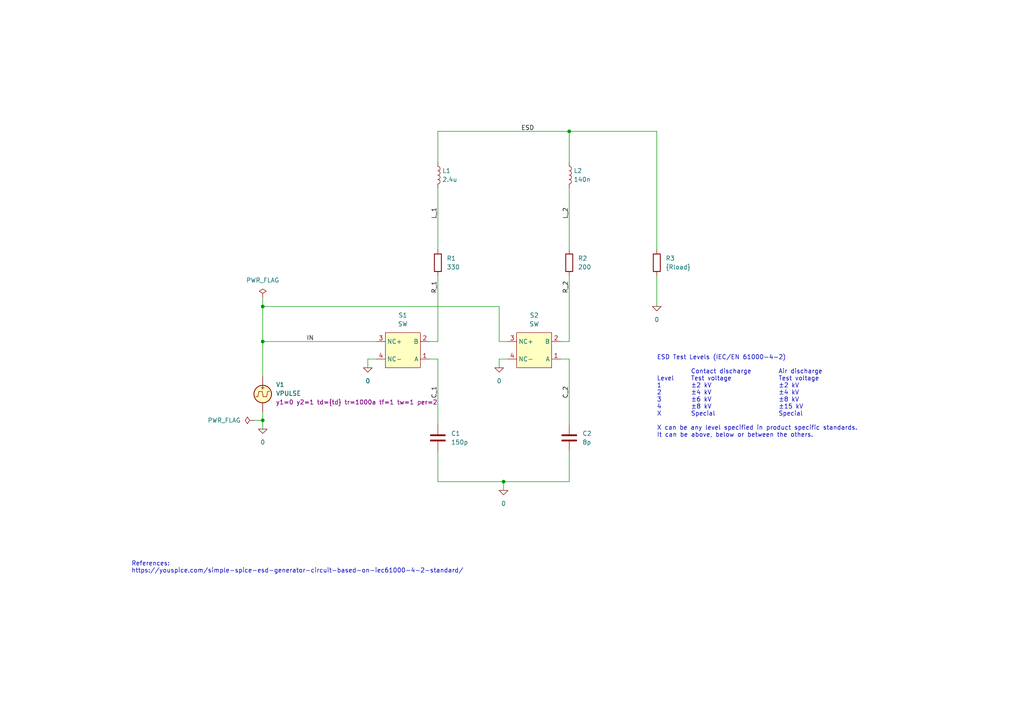
<source format=kicad_sch>
(kicad_sch
	(version 20231120)
	(generator "eeschema")
	(generator_version "8.0")
	(uuid "9e10207f-1cfc-48bc-84e3-70eb2cfbb4c0")
	(paper "A4")
	(title_block
		(title "IEC 61000-4-2 ESD generator.")
		(date "2024-09-25")
		(rev "2")
		(company "astroelectronic@")
		(comment 1 "-")
		(comment 2 "-")
		(comment 3 "-")
		(comment 4 "AE01061042")
	)
	(lib_symbols
		(symbol "ESD_KICAD:0"
			(power)
			(pin_names
				(offset 0)
			)
			(exclude_from_sim no)
			(in_bom yes)
			(on_board yes)
			(property "Reference" "#GND"
				(at 0 -2.54 0)
				(effects
					(font
						(size 1.27 1.27)
					)
					(hide yes)
				)
			)
			(property "Value" "0"
				(at 0 -1.778 0)
				(effects
					(font
						(size 1.27 1.27)
					)
				)
			)
			(property "Footprint" ""
				(at 0 0 0)
				(effects
					(font
						(size 1.27 1.27)
					)
					(hide yes)
				)
			)
			(property "Datasheet" "~"
				(at 0 0 0)
				(effects
					(font
						(size 1.27 1.27)
					)
					(hide yes)
				)
			)
			(property "Description" "0V reference potential for simulation"
				(at 0 0 0)
				(effects
					(font
						(size 1.27 1.27)
					)
					(hide yes)
				)
			)
			(property "ki_keywords" "simulation"
				(at 0 0 0)
				(effects
					(font
						(size 1.27 1.27)
					)
					(hide yes)
				)
			)
			(symbol "0_0_1"
				(polyline
					(pts
						(xy -1.27 0) (xy 0 -1.27) (xy 1.27 0) (xy -1.27 0)
					)
					(stroke
						(width 0)
						(type default)
					)
					(fill
						(type none)
					)
				)
			)
			(symbol "0_1_1"
				(pin power_in line
					(at 0 0 0)
					(length 0) hide
					(name "0"
						(effects
							(font
								(size 1.016 1.016)
							)
						)
					)
					(number "1"
						(effects
							(font
								(size 1.016 1.016)
							)
						)
					)
				)
			)
		)
		(symbol "ESD_KICAD:C"
			(pin_numbers hide)
			(pin_names
				(offset 0.254)
			)
			(exclude_from_sim no)
			(in_bom yes)
			(on_board yes)
			(property "Reference" "C"
				(at 0.635 2.54 0)
				(effects
					(font
						(size 1.27 1.27)
					)
					(justify left)
				)
			)
			(property "Value" "C"
				(at 0.635 -2.54 0)
				(effects
					(font
						(size 1.27 1.27)
					)
					(justify left)
				)
			)
			(property "Footprint" ""
				(at 0.9652 -3.81 0)
				(effects
					(font
						(size 1.27 1.27)
					)
					(hide yes)
				)
			)
			(property "Datasheet" "~"
				(at 0 0 0)
				(effects
					(font
						(size 1.27 1.27)
					)
					(hide yes)
				)
			)
			(property "Description" "Unpolarized capacitor"
				(at 0 0 0)
				(effects
					(font
						(size 1.27 1.27)
					)
					(hide yes)
				)
			)
			(property "ki_keywords" "cap capacitor"
				(at 0 0 0)
				(effects
					(font
						(size 1.27 1.27)
					)
					(hide yes)
				)
			)
			(property "ki_fp_filters" "C_*"
				(at 0 0 0)
				(effects
					(font
						(size 1.27 1.27)
					)
					(hide yes)
				)
			)
			(symbol "C_0_1"
				(polyline
					(pts
						(xy -2.032 -0.762) (xy 2.032 -0.762)
					)
					(stroke
						(width 0.508)
						(type default)
					)
					(fill
						(type none)
					)
				)
				(polyline
					(pts
						(xy -2.032 0.762) (xy 2.032 0.762)
					)
					(stroke
						(width 0.508)
						(type default)
					)
					(fill
						(type none)
					)
				)
			)
			(symbol "C_1_1"
				(pin passive line
					(at 0 3.81 270)
					(length 2.794)
					(name "~"
						(effects
							(font
								(size 1.27 1.27)
							)
						)
					)
					(number "1"
						(effects
							(font
								(size 1.27 1.27)
							)
						)
					)
				)
				(pin passive line
					(at 0 -3.81 90)
					(length 2.794)
					(name "~"
						(effects
							(font
								(size 1.27 1.27)
							)
						)
					)
					(number "2"
						(effects
							(font
								(size 1.27 1.27)
							)
						)
					)
				)
			)
		)
		(symbol "ESD_KICAD:L"
			(pin_numbers hide)
			(pin_names
				(offset 1.016) hide)
			(exclude_from_sim no)
			(in_bom yes)
			(on_board yes)
			(property "Reference" "L"
				(at -1.27 0 90)
				(effects
					(font
						(size 1.27 1.27)
					)
				)
			)
			(property "Value" "L"
				(at 1.905 0 90)
				(effects
					(font
						(size 1.27 1.27)
					)
				)
			)
			(property "Footprint" ""
				(at 0 0 0)
				(effects
					(font
						(size 1.27 1.27)
					)
					(hide yes)
				)
			)
			(property "Datasheet" "~"
				(at 0 0 0)
				(effects
					(font
						(size 1.27 1.27)
					)
					(hide yes)
				)
			)
			(property "Description" "Inductor"
				(at 0 0 0)
				(effects
					(font
						(size 1.27 1.27)
					)
					(hide yes)
				)
			)
			(property "ki_keywords" "inductor choke coil reactor magnetic"
				(at 0 0 0)
				(effects
					(font
						(size 1.27 1.27)
					)
					(hide yes)
				)
			)
			(property "ki_fp_filters" "Choke_* *Coil* Inductor_* L_*"
				(at 0 0 0)
				(effects
					(font
						(size 1.27 1.27)
					)
					(hide yes)
				)
			)
			(symbol "L_0_1"
				(arc
					(start 0 -2.54)
					(mid 0.6323 -1.905)
					(end 0 -1.27)
					(stroke
						(width 0)
						(type default)
					)
					(fill
						(type none)
					)
				)
				(arc
					(start 0 -1.27)
					(mid 0.6323 -0.635)
					(end 0 0)
					(stroke
						(width 0)
						(type default)
					)
					(fill
						(type none)
					)
				)
				(arc
					(start 0 0)
					(mid 0.6323 0.635)
					(end 0 1.27)
					(stroke
						(width 0)
						(type default)
					)
					(fill
						(type none)
					)
				)
				(arc
					(start 0 1.27)
					(mid 0.6323 1.905)
					(end 0 2.54)
					(stroke
						(width 0)
						(type default)
					)
					(fill
						(type none)
					)
				)
			)
			(symbol "L_1_1"
				(pin passive line
					(at 0 3.81 270)
					(length 1.27)
					(name "1"
						(effects
							(font
								(size 1.27 1.27)
							)
						)
					)
					(number "1"
						(effects
							(font
								(size 1.27 1.27)
							)
						)
					)
				)
				(pin passive line
					(at 0 -3.81 90)
					(length 1.27)
					(name "2"
						(effects
							(font
								(size 1.27 1.27)
							)
						)
					)
					(number "2"
						(effects
							(font
								(size 1.27 1.27)
							)
						)
					)
				)
			)
		)
		(symbol "ESD_KICAD:PWR_FLAG"
			(power)
			(pin_numbers hide)
			(pin_names
				(offset 0) hide)
			(exclude_from_sim no)
			(in_bom yes)
			(on_board yes)
			(property "Reference" "#FLG"
				(at 0 1.905 0)
				(effects
					(font
						(size 1.27 1.27)
					)
					(hide yes)
				)
			)
			(property "Value" "PWR_FLAG"
				(at 0 3.81 0)
				(effects
					(font
						(size 1.27 1.27)
					)
				)
			)
			(property "Footprint" ""
				(at 0 0 0)
				(effects
					(font
						(size 1.27 1.27)
					)
					(hide yes)
				)
			)
			(property "Datasheet" "~"
				(at 0 0 0)
				(effects
					(font
						(size 1.27 1.27)
					)
					(hide yes)
				)
			)
			(property "Description" "Special symbol for telling ERC where power comes from"
				(at 0 0 0)
				(effects
					(font
						(size 1.27 1.27)
					)
					(hide yes)
				)
			)
			(property "ki_keywords" "flag power"
				(at 0 0 0)
				(effects
					(font
						(size 1.27 1.27)
					)
					(hide yes)
				)
			)
			(symbol "PWR_FLAG_0_0"
				(pin power_out line
					(at 0 0 90)
					(length 0)
					(name "pwr"
						(effects
							(font
								(size 1.27 1.27)
							)
						)
					)
					(number "1"
						(effects
							(font
								(size 1.27 1.27)
							)
						)
					)
				)
			)
			(symbol "PWR_FLAG_0_1"
				(polyline
					(pts
						(xy 0 0) (xy 0 1.27) (xy -1.016 1.905) (xy 0 2.54) (xy 1.016 1.905) (xy 0 1.27)
					)
					(stroke
						(width 0)
						(type default)
					)
					(fill
						(type none)
					)
				)
			)
		)
		(symbol "ESD_KICAD:R"
			(pin_numbers hide)
			(pin_names
				(offset 0)
			)
			(exclude_from_sim no)
			(in_bom yes)
			(on_board yes)
			(property "Reference" "R"
				(at 2.032 0 90)
				(effects
					(font
						(size 1.27 1.27)
					)
				)
			)
			(property "Value" "R"
				(at 0 0 90)
				(effects
					(font
						(size 1.27 1.27)
					)
				)
			)
			(property "Footprint" ""
				(at -1.778 0 90)
				(effects
					(font
						(size 1.27 1.27)
					)
					(hide yes)
				)
			)
			(property "Datasheet" "~"
				(at 0 0 0)
				(effects
					(font
						(size 1.27 1.27)
					)
					(hide yes)
				)
			)
			(property "Description" "Resistor"
				(at 0 0 0)
				(effects
					(font
						(size 1.27 1.27)
					)
					(hide yes)
				)
			)
			(property "ki_keywords" "R res resistor"
				(at 0 0 0)
				(effects
					(font
						(size 1.27 1.27)
					)
					(hide yes)
				)
			)
			(property "ki_fp_filters" "R_*"
				(at 0 0 0)
				(effects
					(font
						(size 1.27 1.27)
					)
					(hide yes)
				)
			)
			(symbol "R_0_1"
				(rectangle
					(start -1.016 -2.54)
					(end 1.016 2.54)
					(stroke
						(width 0.254)
						(type default)
					)
					(fill
						(type none)
					)
				)
			)
			(symbol "R_1_1"
				(pin passive line
					(at 0 3.81 270)
					(length 1.27)
					(name "~"
						(effects
							(font
								(size 1.27 1.27)
							)
						)
					)
					(number "1"
						(effects
							(font
								(size 1.27 1.27)
							)
						)
					)
				)
				(pin passive line
					(at 0 -3.81 90)
					(length 1.27)
					(name "~"
						(effects
							(font
								(size 1.27 1.27)
							)
						)
					)
					(number "2"
						(effects
							(font
								(size 1.27 1.27)
							)
						)
					)
				)
			)
		)
		(symbol "ESD_KICAD:SW"
			(exclude_from_sim no)
			(in_bom yes)
			(on_board yes)
			(property "Reference" "S"
				(at 0 6.35 0)
				(effects
					(font
						(size 1.27 1.27)
					)
				)
			)
			(property "Value" "SW"
				(at 0 -6.35 0)
				(effects
					(font
						(size 1.27 1.27)
					)
				)
			)
			(property "Footprint" ""
				(at 0 0 0)
				(effects
					(font
						(size 1.27 1.27)
					)
					(hide yes)
				)
			)
			(property "Datasheet" ""
				(at 0 0 0)
				(effects
					(font
						(size 1.27 1.27)
					)
					(hide yes)
				)
			)
			(property "Description" ""
				(at 0 0 0)
				(effects
					(font
						(size 1.27 1.27)
					)
					(hide yes)
				)
			)
			(symbol "SW_0_1"
				(rectangle
					(start -5.08 5.08)
					(end 5.08 -5.08)
					(stroke
						(width 0)
						(type default)
					)
					(fill
						(type background)
					)
				)
			)
			(symbol "SW_1_1"
				(pin passive line
					(at 7.62 2.54 180)
					(length 2.54)
					(name "A"
						(effects
							(font
								(size 1.27 1.27)
							)
						)
					)
					(number "1"
						(effects
							(font
								(size 1.27 1.27)
							)
						)
					)
				)
				(pin passive line
					(at 7.62 -2.54 180)
					(length 2.54)
					(name "B"
						(effects
							(font
								(size 1.27 1.27)
							)
						)
					)
					(number "2"
						(effects
							(font
								(size 1.27 1.27)
							)
						)
					)
				)
				(pin passive line
					(at -7.62 -2.54 0)
					(length 2.54)
					(name "NC+"
						(effects
							(font
								(size 1.27 1.27)
							)
						)
					)
					(number "3"
						(effects
							(font
								(size 1.27 1.27)
							)
						)
					)
				)
				(pin passive line
					(at -7.62 2.54 0)
					(length 2.54)
					(name "NC-"
						(effects
							(font
								(size 1.27 1.27)
							)
						)
					)
					(number "4"
						(effects
							(font
								(size 1.27 1.27)
							)
						)
					)
				)
			)
		)
		(symbol "ESD_KICAD:VPULSE"
			(pin_numbers hide)
			(pin_names
				(offset 0.0254)
			)
			(exclude_from_sim no)
			(in_bom yes)
			(on_board yes)
			(property "Reference" "V"
				(at 2.54 2.54 0)
				(effects
					(font
						(size 1.27 1.27)
					)
					(justify left)
				)
			)
			(property "Value" "VPULSE"
				(at 2.54 0 0)
				(effects
					(font
						(size 1.27 1.27)
					)
					(justify left)
				)
			)
			(property "Footprint" ""
				(at 0 0 0)
				(effects
					(font
						(size 1.27 1.27)
					)
					(hide yes)
				)
			)
			(property "Datasheet" "~"
				(at 0 0 0)
				(effects
					(font
						(size 1.27 1.27)
					)
					(hide yes)
				)
			)
			(property "Description" "Voltage source, pulse"
				(at 0 0 0)
				(effects
					(font
						(size 1.27 1.27)
					)
					(hide yes)
				)
			)
			(property "Sim.Pins" "1=+ 2=-"
				(at 0 0 0)
				(effects
					(font
						(size 1.27 1.27)
					)
					(hide yes)
				)
			)
			(property "Sim.Type" "PULSE"
				(at 0 0 0)
				(effects
					(font
						(size 1.27 1.27)
					)
					(hide yes)
				)
			)
			(property "Sim.Device" "V"
				(at 0 0 0)
				(effects
					(font
						(size 1.27 1.27)
					)
					(justify left)
					(hide yes)
				)
			)
			(property "Sim.Params" "y1=0 y2=1 td=2n tr=2n tf=2n tw=50n per=100n"
				(at 2.54 -2.54 0)
				(effects
					(font
						(size 1.27 1.27)
					)
					(justify left)
				)
			)
			(property "Spice_Netlist_Enabled" "Y"
				(at 0 0 0)
				(effects
					(font
						(size 1.27 1.27)
					)
					(justify left)
					(hide yes)
				)
			)
			(property "ki_keywords" "simulation"
				(at 0 0 0)
				(effects
					(font
						(size 1.27 1.27)
					)
					(hide yes)
				)
			)
			(symbol "VPULSE_0_0"
				(polyline
					(pts
						(xy -2.032 -0.762) (xy -1.397 -0.762) (xy -1.143 0.762) (xy -0.127 0.762) (xy 0.127 -0.762) (xy 1.143 -0.762)
						(xy 1.397 0.762) (xy 2.032 0.762)
					)
					(stroke
						(width 0)
						(type default)
					)
					(fill
						(type none)
					)
				)
				(text "+"
					(at 0 1.905 0)
					(effects
						(font
							(size 1.27 1.27)
						)
					)
				)
			)
			(symbol "VPULSE_0_1"
				(circle
					(center 0 0)
					(radius 2.54)
					(stroke
						(width 0.254)
						(type default)
					)
					(fill
						(type background)
					)
				)
			)
			(symbol "VPULSE_1_1"
				(pin passive line
					(at 0 5.08 270)
					(length 2.54)
					(name "~"
						(effects
							(font
								(size 1.27 1.27)
							)
						)
					)
					(number "1"
						(effects
							(font
								(size 1.27 1.27)
							)
						)
					)
				)
				(pin passive line
					(at 0 -5.08 90)
					(length 2.54)
					(name "~"
						(effects
							(font
								(size 1.27 1.27)
							)
						)
					)
					(number "2"
						(effects
							(font
								(size 1.27 1.27)
							)
						)
					)
				)
			)
		)
	)
	(junction
		(at 76.2 121.92)
		(diameter 0)
		(color 0 0 0 0)
		(uuid "3d34c378-23bc-4045-b9df-a0b8d41c2435")
	)
	(junction
		(at 165.1 38.1)
		(diameter 0)
		(color 0 0 0 0)
		(uuid "87d50b20-b6e4-40f6-9b82-5aee506924b9")
	)
	(junction
		(at 76.2 88.9)
		(diameter 0)
		(color 0 0 0 0)
		(uuid "acd2e65f-0f6a-49a9-98f4-84a0f70d62da")
	)
	(junction
		(at 146.05 139.7)
		(diameter 0)
		(color 0 0 0 0)
		(uuid "bff956d1-ee58-4d81-8cc6-251ad34ab4ff")
	)
	(junction
		(at 76.2 99.06)
		(diameter 0)
		(color 0 0 0 0)
		(uuid "dc0fa606-b6ee-49f1-81c9-d018ebc4a144")
	)
	(wire
		(pts
			(xy 127 139.7) (xy 127 130.81)
		)
		(stroke
			(width 0)
			(type default)
		)
		(uuid "043722a4-4cb1-4610-94af-fea541d4f9d5")
	)
	(wire
		(pts
			(xy 146.05 139.7) (xy 127 139.7)
		)
		(stroke
			(width 0)
			(type default)
		)
		(uuid "068474b1-f686-413c-b3bc-6060c7a4bc6a")
	)
	(wire
		(pts
			(xy 109.22 104.14) (xy 106.68 104.14)
		)
		(stroke
			(width 0)
			(type default)
		)
		(uuid "15788670-08da-47bd-9807-b35bfdc74f71")
	)
	(wire
		(pts
			(xy 165.1 139.7) (xy 146.05 139.7)
		)
		(stroke
			(width 0)
			(type default)
		)
		(uuid "165f9848-420b-48aa-a7dc-911f716b52c5")
	)
	(wire
		(pts
			(xy 190.5 38.1) (xy 190.5 72.39)
		)
		(stroke
			(width 0)
			(type default)
		)
		(uuid "18ea7136-93ff-4d54-b703-6491e3e2d9d3")
	)
	(wire
		(pts
			(xy 76.2 99.06) (xy 109.22 99.06)
		)
		(stroke
			(width 0)
			(type default)
		)
		(uuid "27f51720-f59b-4ce9-857f-1ccef7712b1f")
	)
	(wire
		(pts
			(xy 127 38.1) (xy 127 46.99)
		)
		(stroke
			(width 0)
			(type default)
		)
		(uuid "289573b8-c76c-4859-ac21-d70c9b7d07c3")
	)
	(wire
		(pts
			(xy 76.2 86.36) (xy 76.2 88.9)
		)
		(stroke
			(width 0)
			(type default)
		)
		(uuid "2936cba3-87fb-457c-bbf2-9e696146168c")
	)
	(wire
		(pts
			(xy 165.1 38.1) (xy 165.1 46.99)
		)
		(stroke
			(width 0)
			(type default)
		)
		(uuid "2c314a78-5a9e-448a-9bea-f6da3b868960")
	)
	(wire
		(pts
			(xy 165.1 99.06) (xy 165.1 80.01)
		)
		(stroke
			(width 0)
			(type default)
		)
		(uuid "30edab6c-d03b-4cef-9078-2c9f3cbd3244")
	)
	(wire
		(pts
			(xy 146.05 139.7) (xy 146.05 142.24)
		)
		(stroke
			(width 0)
			(type default)
		)
		(uuid "32c2f304-8ab1-4fe4-aed0-0005db941c9e")
	)
	(wire
		(pts
			(xy 76.2 121.92) (xy 76.2 124.46)
		)
		(stroke
			(width 0)
			(type default)
		)
		(uuid "443c7945-7e09-4afe-94c4-e2c6f25fef33")
	)
	(wire
		(pts
			(xy 127 38.1) (xy 165.1 38.1)
		)
		(stroke
			(width 0)
			(type default)
		)
		(uuid "47c02c56-970e-4693-abbb-063f6bd0176a")
	)
	(wire
		(pts
			(xy 127 123.19) (xy 127 104.14)
		)
		(stroke
			(width 0)
			(type default)
		)
		(uuid "4ce99996-689a-46a9-adf2-7e95485955f6")
	)
	(wire
		(pts
			(xy 165.1 54.61) (xy 165.1 72.39)
		)
		(stroke
			(width 0)
			(type default)
		)
		(uuid "570df57e-1f40-4128-8500-9a147170413c")
	)
	(wire
		(pts
			(xy 162.56 104.14) (xy 165.1 104.14)
		)
		(stroke
			(width 0)
			(type default)
		)
		(uuid "5b7c0055-276d-4cf2-853a-4142cfd55418")
	)
	(wire
		(pts
			(xy 165.1 130.81) (xy 165.1 139.7)
		)
		(stroke
			(width 0)
			(type default)
		)
		(uuid "7bfe8b6d-3f98-449a-a044-939c6c48c1b6")
	)
	(wire
		(pts
			(xy 127 104.14) (xy 124.46 104.14)
		)
		(stroke
			(width 0)
			(type default)
		)
		(uuid "7d181ab9-e4ab-4d71-afcd-1bd9e8df6ed6")
	)
	(wire
		(pts
			(xy 76.2 99.06) (xy 76.2 88.9)
		)
		(stroke
			(width 0)
			(type default)
		)
		(uuid "800d711b-5f18-42d2-90f0-d24d5eccd102")
	)
	(wire
		(pts
			(xy 144.78 104.14) (xy 144.78 106.68)
		)
		(stroke
			(width 0)
			(type default)
		)
		(uuid "8110e5f4-ca35-4b87-a120-695634a19a44")
	)
	(wire
		(pts
			(xy 76.2 119.38) (xy 76.2 121.92)
		)
		(stroke
			(width 0)
			(type default)
		)
		(uuid "8abcecd1-2b78-4abd-b2b2-55cb2d40abea")
	)
	(wire
		(pts
			(xy 106.68 104.14) (xy 106.68 106.68)
		)
		(stroke
			(width 0)
			(type default)
		)
		(uuid "9340ea87-a372-4601-a8af-a69fe53e970b")
	)
	(wire
		(pts
			(xy 127 99.06) (xy 127 80.01)
		)
		(stroke
			(width 0)
			(type default)
		)
		(uuid "992d1c1a-7364-4390-9b02-18fbe74c4122")
	)
	(wire
		(pts
			(xy 162.56 99.06) (xy 165.1 99.06)
		)
		(stroke
			(width 0)
			(type default)
		)
		(uuid "a1283128-5f3d-40ea-b373-c9800ffd01cf")
	)
	(wire
		(pts
			(xy 144.78 99.06) (xy 147.32 99.06)
		)
		(stroke
			(width 0)
			(type default)
		)
		(uuid "a3590d9a-abb0-4700-9ea9-88dff799128a")
	)
	(wire
		(pts
			(xy 147.32 104.14) (xy 144.78 104.14)
		)
		(stroke
			(width 0)
			(type default)
		)
		(uuid "a4cfc6b5-7f0d-46db-8591-e62458be5f8c")
	)
	(wire
		(pts
			(xy 165.1 104.14) (xy 165.1 123.19)
		)
		(stroke
			(width 0)
			(type default)
		)
		(uuid "aaca5cf1-a55e-41e3-b0a9-d50a24825b0d")
	)
	(wire
		(pts
			(xy 76.2 88.9) (xy 144.78 88.9)
		)
		(stroke
			(width 0)
			(type default)
		)
		(uuid "ac6cacba-5835-4f67-a761-495dbc31d2dc")
	)
	(wire
		(pts
			(xy 165.1 38.1) (xy 190.5 38.1)
		)
		(stroke
			(width 0)
			(type default)
		)
		(uuid "cfc337fa-2499-4c1c-b5c2-e17f600b8e95")
	)
	(wire
		(pts
			(xy 73.66 121.92) (xy 76.2 121.92)
		)
		(stroke
			(width 0)
			(type default)
		)
		(uuid "d3002da1-508a-44db-a201-29066f4d8a17")
	)
	(wire
		(pts
			(xy 124.46 99.06) (xy 127 99.06)
		)
		(stroke
			(width 0)
			(type default)
		)
		(uuid "ddaae06d-3c17-49d2-a832-07ae9a818541")
	)
	(wire
		(pts
			(xy 76.2 109.22) (xy 76.2 99.06)
		)
		(stroke
			(width 0)
			(type default)
		)
		(uuid "e5abe039-afe6-44fe-8541-ffecfd14e7a5")
	)
	(wire
		(pts
			(xy 127 54.61) (xy 127 72.39)
		)
		(stroke
			(width 0)
			(type default)
		)
		(uuid "f231fbf3-e1d7-4674-aeb6-f3a98ae5d793")
	)
	(wire
		(pts
			(xy 144.78 88.9) (xy 144.78 99.06)
		)
		(stroke
			(width 0)
			(type default)
		)
		(uuid "f2eabe45-530a-4c5d-80e4-ddb9790ffdb3")
	)
	(wire
		(pts
			(xy 190.5 80.01) (xy 190.5 88.9)
		)
		(stroke
			(width 0)
			(type default)
		)
		(uuid "f390f67a-688c-4ca1-b869-0b0dcda1916e")
	)
	(text "ESD Test Levels (IEC/EN 61000-4-2)\n\n		Contact discharge	Air discharge\nLevel 	Test voltage		Test voltage\n1		±2 kV				±2 kV\n2		±4 kV				±4 kV\n3		±6 kV				±8 kV\n4		±8 kV				±15 kV\nX		Special				Special\n\nX can be any level specified in product specific standards.\nIt can be above, below or between the others."
		(exclude_from_sim no)
		(at 190.5 127 0)
		(effects
			(font
				(size 1.27 1.27)
			)
			(justify left bottom)
		)
		(uuid "a695bada-b105-4011-bc7f-8d2d8fecc433")
	)
	(text "References:\nhttps://youspice.com/simple-spice-esd-generator-circuit-based-on-iec61000-4-2-standard/"
		(exclude_from_sim no)
		(at 38.1 166.37 0)
		(effects
			(font
				(size 1.27 1.27)
			)
			(justify left bottom)
		)
		(uuid "e147d39e-280f-4e2a-8762-64f50070cf65")
	)
	(label "ESD"
		(at 151.13 38.1 0)
		(fields_autoplaced yes)
		(effects
			(font
				(size 1.27 1.27)
			)
			(justify left bottom)
		)
		(uuid "0139c5f3-fb53-4515-b310-fab5b2053fa2")
	)
	(label "C_2"
		(at 165.1 115.57 90)
		(fields_autoplaced yes)
		(effects
			(font
				(size 1.27 1.27)
			)
			(justify left bottom)
		)
		(uuid "2085cab6-1caf-47d0-9023-9d2671c1f0ee")
	)
	(label "L_1"
		(at 127 63.5 90)
		(fields_autoplaced yes)
		(effects
			(font
				(size 1.27 1.27)
			)
			(justify left bottom)
		)
		(uuid "25333247-8023-403a-9bd1-df59550354c6")
	)
	(label "R_2"
		(at 165.1 85.09 90)
		(fields_autoplaced yes)
		(effects
			(font
				(size 1.27 1.27)
			)
			(justify left bottom)
		)
		(uuid "ce388ff8-a502-487d-a0d1-ed85062e5158")
	)
	(label "L_2"
		(at 165.1 63.5 90)
		(fields_autoplaced yes)
		(effects
			(font
				(size 1.27 1.27)
			)
			(justify left bottom)
		)
		(uuid "d977f671-9a8a-4144-86b2-2b034212bb98")
	)
	(label "IN"
		(at 88.9 99.06 0)
		(fields_autoplaced yes)
		(effects
			(font
				(size 1.27 1.27)
			)
			(justify left bottom)
		)
		(uuid "e1dd20b0-b506-41d7-ab58-07ac2bf04fa3")
	)
	(label "C_1"
		(at 127 115.57 90)
		(fields_autoplaced yes)
		(effects
			(font
				(size 1.27 1.27)
			)
			(justify left bottom)
		)
		(uuid "ea9ffd11-79ac-4e4a-bc0e-6adb3dc4f4d8")
	)
	(label "R_1"
		(at 127 85.09 90)
		(fields_autoplaced yes)
		(effects
			(font
				(size 1.27 1.27)
			)
			(justify left bottom)
		)
		(uuid "f7d981b1-a56d-48eb-9765-ba8335834e45")
	)
	(symbol
		(lib_id "ESD_KICAD:0")
		(at 190.5 88.9 0)
		(unit 1)
		(exclude_from_sim no)
		(in_bom yes)
		(on_board yes)
		(dnp no)
		(fields_autoplaced yes)
		(uuid "0ffa5d2a-3216-4171-b088-6dd8cbada9cf")
		(property "Reference" "#GND05"
			(at 190.5 91.44 0)
			(effects
				(font
					(size 1.27 1.27)
				)
				(hide yes)
			)
		)
		(property "Value" "0"
			(at 190.5 92.71 0)
			(effects
				(font
					(size 1.27 1.27)
				)
			)
		)
		(property "Footprint" ""
			(at 190.5 88.9 0)
			(effects
				(font
					(size 1.27 1.27)
				)
				(hide yes)
			)
		)
		(property "Datasheet" "~"
			(at 190.5 88.9 0)
			(effects
				(font
					(size 1.27 1.27)
				)
				(hide yes)
			)
		)
		(property "Description" ""
			(at 190.5 88.9 0)
			(effects
				(font
					(size 1.27 1.27)
				)
				(hide yes)
			)
		)
		(pin "1"
			(uuid "e44828d3-4709-417c-abe2-ae03866561ad")
		)
		(instances
			(project ""
				(path "/9e10207f-1cfc-48bc-84e3-70eb2cfbb4c0"
					(reference "#GND05")
					(unit 1)
				)
			)
		)
	)
	(symbol
		(lib_id "ESD_KICAD:0")
		(at 106.68 106.68 0)
		(unit 1)
		(exclude_from_sim no)
		(in_bom yes)
		(on_board yes)
		(dnp no)
		(fields_autoplaced yes)
		(uuid "14cec5c5-d2ea-4a9d-a674-c79887a54cdc")
		(property "Reference" "#GND02"
			(at 106.68 109.22 0)
			(effects
				(font
					(size 1.27 1.27)
				)
				(hide yes)
			)
		)
		(property "Value" "0"
			(at 106.68 110.49 0)
			(effects
				(font
					(size 1.27 1.27)
				)
			)
		)
		(property "Footprint" ""
			(at 106.68 106.68 0)
			(effects
				(font
					(size 1.27 1.27)
				)
				(hide yes)
			)
		)
		(property "Datasheet" "~"
			(at 106.68 106.68 0)
			(effects
				(font
					(size 1.27 1.27)
				)
				(hide yes)
			)
		)
		(property "Description" ""
			(at 106.68 106.68 0)
			(effects
				(font
					(size 1.27 1.27)
				)
				(hide yes)
			)
		)
		(pin "1"
			(uuid "4ec0199f-5c20-4dfa-94c0-b9dc784c0582")
		)
		(instances
			(project ""
				(path "/9e10207f-1cfc-48bc-84e3-70eb2cfbb4c0"
					(reference "#GND02")
					(unit 1)
				)
			)
		)
	)
	(symbol
		(lib_id "ESD_KICAD:0")
		(at 76.2 124.46 0)
		(unit 1)
		(exclude_from_sim no)
		(in_bom yes)
		(on_board yes)
		(dnp no)
		(fields_autoplaced yes)
		(uuid "24542ece-c0c2-4d5f-ada1-9976df87bfa1")
		(property "Reference" "#GND01"
			(at 76.2 127 0)
			(effects
				(font
					(size 1.27 1.27)
				)
				(hide yes)
			)
		)
		(property "Value" "0"
			(at 76.2 128.27 0)
			(effects
				(font
					(size 1.27 1.27)
				)
			)
		)
		(property "Footprint" ""
			(at 76.2 124.46 0)
			(effects
				(font
					(size 1.27 1.27)
				)
				(hide yes)
			)
		)
		(property "Datasheet" "~"
			(at 76.2 124.46 0)
			(effects
				(font
					(size 1.27 1.27)
				)
				(hide yes)
			)
		)
		(property "Description" ""
			(at 76.2 124.46 0)
			(effects
				(font
					(size 1.27 1.27)
				)
				(hide yes)
			)
		)
		(pin "1"
			(uuid "4cf27b73-c5fc-4f95-b6d4-6a083e4ffd62")
		)
		(instances
			(project ""
				(path "/9e10207f-1cfc-48bc-84e3-70eb2cfbb4c0"
					(reference "#GND01")
					(unit 1)
				)
			)
		)
	)
	(symbol
		(lib_id "ESD_KICAD:PWR_FLAG")
		(at 73.66 121.92 90)
		(unit 1)
		(exclude_from_sim no)
		(in_bom yes)
		(on_board yes)
		(dnp no)
		(fields_autoplaced yes)
		(uuid "5a5d1130-2292-4c1e-ba2e-c2f1584cdb4d")
		(property "Reference" "#FLG01"
			(at 71.755 121.92 0)
			(effects
				(font
					(size 1.27 1.27)
				)
				(hide yes)
			)
		)
		(property "Value" "PWR_FLAG"
			(at 69.85 121.9199 90)
			(effects
				(font
					(size 1.27 1.27)
				)
				(justify left)
			)
		)
		(property "Footprint" ""
			(at 73.66 121.92 0)
			(effects
				(font
					(size 1.27 1.27)
				)
				(hide yes)
			)
		)
		(property "Datasheet" "~"
			(at 73.66 121.92 0)
			(effects
				(font
					(size 1.27 1.27)
				)
				(hide yes)
			)
		)
		(property "Description" ""
			(at 73.66 121.92 0)
			(effects
				(font
					(size 1.27 1.27)
				)
				(hide yes)
			)
		)
		(pin "1"
			(uuid "92ca8fd0-ab06-45e4-b846-3d0c30b4493d")
		)
		(instances
			(project ""
				(path "/9e10207f-1cfc-48bc-84e3-70eb2cfbb4c0"
					(reference "#FLG01")
					(unit 1)
				)
			)
		)
	)
	(symbol
		(lib_id "ESD_KICAD:L")
		(at 165.1 50.8 0)
		(unit 1)
		(exclude_from_sim no)
		(in_bom yes)
		(on_board yes)
		(dnp no)
		(fields_autoplaced yes)
		(uuid "6a07e37f-9cb3-4ab4-97e3-0b19505475e2")
		(property "Reference" "L2"
			(at 166.37 49.5299 0)
			(effects
				(font
					(size 1.27 1.27)
				)
				(justify left)
			)
		)
		(property "Value" "140n"
			(at 166.37 52.0699 0)
			(effects
				(font
					(size 1.27 1.27)
				)
				(justify left)
			)
		)
		(property "Footprint" ""
			(at 165.1 50.8 0)
			(effects
				(font
					(size 1.27 1.27)
				)
				(hide yes)
			)
		)
		(property "Datasheet" "~"
			(at 165.1 50.8 0)
			(effects
				(font
					(size 1.27 1.27)
				)
				(hide yes)
			)
		)
		(property "Description" ""
			(at 165.1 50.8 0)
			(effects
				(font
					(size 1.27 1.27)
				)
				(hide yes)
			)
		)
		(property "Sim.Device" "SPICE"
			(at 165.1 50.8 0)
			(effects
				(font
					(size 1.27 1.27)
				)
				(hide yes)
			)
		)
		(property "Sim.Params" "type=\"L\" model=\"140n\" lib=\"\""
			(at 0 0 0)
			(effects
				(font
					(size 1.27 1.27)
				)
				(hide yes)
			)
		)
		(property "Sim.Pins" "1=1 2=2"
			(at 0 0 0)
			(effects
				(font
					(size 1.27 1.27)
				)
				(hide yes)
			)
		)
		(pin "1"
			(uuid "9507ef85-cf77-4e90-941c-e2753ea45275")
		)
		(pin "2"
			(uuid "bee99545-1b4f-47f1-bd31-589febfa550f")
		)
		(instances
			(project ""
				(path "/9e10207f-1cfc-48bc-84e3-70eb2cfbb4c0"
					(reference "L2")
					(unit 1)
				)
			)
		)
	)
	(symbol
		(lib_id "ESD_KICAD:0")
		(at 144.78 106.68 0)
		(unit 1)
		(exclude_from_sim no)
		(in_bom yes)
		(on_board yes)
		(dnp no)
		(fields_autoplaced yes)
		(uuid "72c5a205-de04-4007-9aad-5f4a21476de2")
		(property "Reference" "#GND03"
			(at 144.78 109.22 0)
			(effects
				(font
					(size 1.27 1.27)
				)
				(hide yes)
			)
		)
		(property "Value" "0"
			(at 144.78 110.49 0)
			(effects
				(font
					(size 1.27 1.27)
				)
			)
		)
		(property "Footprint" ""
			(at 144.78 106.68 0)
			(effects
				(font
					(size 1.27 1.27)
				)
				(hide yes)
			)
		)
		(property "Datasheet" "~"
			(at 144.78 106.68 0)
			(effects
				(font
					(size 1.27 1.27)
				)
				(hide yes)
			)
		)
		(property "Description" ""
			(at 144.78 106.68 0)
			(effects
				(font
					(size 1.27 1.27)
				)
				(hide yes)
			)
		)
		(pin "1"
			(uuid "12e8e414-a5af-4e5a-91f5-d1c713f36daf")
		)
		(instances
			(project ""
				(path "/9e10207f-1cfc-48bc-84e3-70eb2cfbb4c0"
					(reference "#GND03")
					(unit 1)
				)
			)
		)
	)
	(symbol
		(lib_id "ESD_KICAD:0")
		(at 146.05 142.24 0)
		(unit 1)
		(exclude_from_sim no)
		(in_bom yes)
		(on_board yes)
		(dnp no)
		(fields_autoplaced yes)
		(uuid "8e3994f2-206a-47fc-b9db-227cb4b0f305")
		(property "Reference" "#GND04"
			(at 146.05 144.78 0)
			(effects
				(font
					(size 1.27 1.27)
				)
				(hide yes)
			)
		)
		(property "Value" "0"
			(at 146.05 146.05 0)
			(effects
				(font
					(size 1.27 1.27)
				)
			)
		)
		(property "Footprint" ""
			(at 146.05 142.24 0)
			(effects
				(font
					(size 1.27 1.27)
				)
				(hide yes)
			)
		)
		(property "Datasheet" "~"
			(at 146.05 142.24 0)
			(effects
				(font
					(size 1.27 1.27)
				)
				(hide yes)
			)
		)
		(property "Description" ""
			(at 146.05 142.24 0)
			(effects
				(font
					(size 1.27 1.27)
				)
				(hide yes)
			)
		)
		(pin "1"
			(uuid "03b2261c-ec1e-45b8-a20c-e5055db4ba1e")
		)
		(instances
			(project ""
				(path "/9e10207f-1cfc-48bc-84e3-70eb2cfbb4c0"
					(reference "#GND04")
					(unit 1)
				)
			)
		)
	)
	(symbol
		(lib_id "ESD_KICAD:C")
		(at 165.1 127 0)
		(unit 1)
		(exclude_from_sim no)
		(in_bom yes)
		(on_board yes)
		(dnp no)
		(fields_autoplaced yes)
		(uuid "8e624ada-3813-4eb9-bfc7-aff6216c9a02")
		(property "Reference" "C2"
			(at 168.91 125.7299 0)
			(effects
				(font
					(size 1.27 1.27)
				)
				(justify left)
			)
		)
		(property "Value" "8p"
			(at 168.91 128.2699 0)
			(effects
				(font
					(size 1.27 1.27)
				)
				(justify left)
			)
		)
		(property "Footprint" ""
			(at 166.0652 130.81 0)
			(effects
				(font
					(size 1.27 1.27)
				)
				(hide yes)
			)
		)
		(property "Datasheet" "~"
			(at 165.1 127 0)
			(effects
				(font
					(size 1.27 1.27)
				)
				(hide yes)
			)
		)
		(property "Description" ""
			(at 165.1 127 0)
			(effects
				(font
					(size 1.27 1.27)
				)
				(hide yes)
			)
		)
		(property "Sim.Device" "SPICE"
			(at 165.1 127 0)
			(effects
				(font
					(size 1.27 1.27)
				)
				(hide yes)
			)
		)
		(property "Sim.Params" "type=\"C\" model=\"8p\" lib=\"\""
			(at 0 0 0)
			(effects
				(font
					(size 1.27 1.27)
				)
				(hide yes)
			)
		)
		(property "Sim.Pins" "1=1 2=2"
			(at 0 0 0)
			(effects
				(font
					(size 1.27 1.27)
				)
				(hide yes)
			)
		)
		(pin "1"
			(uuid "4d7b47ac-679a-4519-9bb4-0b71e675f36d")
		)
		(pin "2"
			(uuid "09c56f28-50ad-4de4-a5b5-025c5bff4b72")
		)
		(instances
			(project ""
				(path "/9e10207f-1cfc-48bc-84e3-70eb2cfbb4c0"
					(reference "C2")
					(unit 1)
				)
			)
		)
	)
	(symbol
		(lib_id "ESD_KICAD:L")
		(at 127 50.8 0)
		(unit 1)
		(exclude_from_sim no)
		(in_bom yes)
		(on_board yes)
		(dnp no)
		(fields_autoplaced yes)
		(uuid "8f265fd4-a14d-4f26-bb0d-bcc8874bfd68")
		(property "Reference" "L1"
			(at 128.27 49.5299 0)
			(effects
				(font
					(size 1.27 1.27)
				)
				(justify left)
			)
		)
		(property "Value" "2.4u"
			(at 128.27 52.0699 0)
			(effects
				(font
					(size 1.27 1.27)
				)
				(justify left)
			)
		)
		(property "Footprint" ""
			(at 127 50.8 0)
			(effects
				(font
					(size 1.27 1.27)
				)
				(hide yes)
			)
		)
		(property "Datasheet" "~"
			(at 127 50.8 0)
			(effects
				(font
					(size 1.27 1.27)
				)
				(hide yes)
			)
		)
		(property "Description" ""
			(at 127 50.8 0)
			(effects
				(font
					(size 1.27 1.27)
				)
				(hide yes)
			)
		)
		(property "Sim.Device" "SPICE"
			(at 127 50.8 0)
			(effects
				(font
					(size 1.27 1.27)
				)
				(hide yes)
			)
		)
		(property "Sim.Params" "type=\"L\" model=\"2.4u\" lib=\"\""
			(at 0 0 0)
			(effects
				(font
					(size 1.27 1.27)
				)
				(hide yes)
			)
		)
		(property "Sim.Pins" "1=1 2=2"
			(at 0 0 0)
			(effects
				(font
					(size 1.27 1.27)
				)
				(hide yes)
			)
		)
		(pin "1"
			(uuid "8120cda9-671b-4cb2-9ec7-0bb1a4a7ff98")
		)
		(pin "2"
			(uuid "17984789-517e-4f40-ab60-ef4852487403")
		)
		(instances
			(project ""
				(path "/9e10207f-1cfc-48bc-84e3-70eb2cfbb4c0"
					(reference "L1")
					(unit 1)
				)
			)
		)
	)
	(symbol
		(lib_id "ESD_KICAD:SW")
		(at 116.84 101.6 0)
		(mirror x)
		(unit 1)
		(exclude_from_sim no)
		(in_bom yes)
		(on_board yes)
		(dnp no)
		(fields_autoplaced yes)
		(uuid "b52c3f4b-2005-453c-9910-5be53aa12a3f")
		(property "Reference" "S1"
			(at 116.84 91.44 0)
			(effects
				(font
					(size 1.27 1.27)
				)
			)
		)
		(property "Value" "SW"
			(at 116.84 93.98 0)
			(effects
				(font
					(size 1.27 1.27)
				)
			)
		)
		(property "Footprint" ""
			(at 116.84 101.6 0)
			(effects
				(font
					(size 1.27 1.27)
				)
				(hide yes)
			)
		)
		(property "Datasheet" ""
			(at 116.84 101.6 0)
			(effects
				(font
					(size 1.27 1.27)
				)
				(hide yes)
			)
		)
		(property "Description" ""
			(at 116.84 101.6 0)
			(effects
				(font
					(size 1.27 1.27)
				)
				(hide yes)
			)
		)
		(pin "1"
			(uuid "f5c1aade-c532-4e32-8aab-fe7484bc327a")
		)
		(pin "2"
			(uuid "78e21c56-157c-4693-bf2c-4c09d24454ea")
		)
		(pin "3"
			(uuid "175e3f8f-6ba5-426f-bc03-8e6959824c1b")
		)
		(pin "4"
			(uuid "95933ee5-b526-431d-a891-24ef9a3273cd")
		)
		(instances
			(project ""
				(path "/9e10207f-1cfc-48bc-84e3-70eb2cfbb4c0"
					(reference "S1")
					(unit 1)
				)
			)
		)
	)
	(symbol
		(lib_id "ESD_KICAD:PWR_FLAG")
		(at 76.2 86.36 0)
		(unit 1)
		(exclude_from_sim no)
		(in_bom yes)
		(on_board yes)
		(dnp no)
		(fields_autoplaced yes)
		(uuid "b77211e1-eb1f-43fa-b3c1-884df7862889")
		(property "Reference" "#FLG02"
			(at 76.2 84.455 0)
			(effects
				(font
					(size 1.27 1.27)
				)
				(hide yes)
			)
		)
		(property "Value" "PWR_FLAG"
			(at 76.2 81.28 0)
			(effects
				(font
					(size 1.27 1.27)
				)
			)
		)
		(property "Footprint" ""
			(at 76.2 86.36 0)
			(effects
				(font
					(size 1.27 1.27)
				)
				(hide yes)
			)
		)
		(property "Datasheet" "~"
			(at 76.2 86.36 0)
			(effects
				(font
					(size 1.27 1.27)
				)
				(hide yes)
			)
		)
		(property "Description" ""
			(at 76.2 86.36 0)
			(effects
				(font
					(size 1.27 1.27)
				)
				(hide yes)
			)
		)
		(pin "1"
			(uuid "d3836f8e-8cbb-4d19-9238-3c52a7799328")
		)
		(instances
			(project ""
				(path "/9e10207f-1cfc-48bc-84e3-70eb2cfbb4c0"
					(reference "#FLG02")
					(unit 1)
				)
			)
		)
	)
	(symbol
		(lib_id "ESD_KICAD:R")
		(at 127 76.2 0)
		(unit 1)
		(exclude_from_sim no)
		(in_bom yes)
		(on_board yes)
		(dnp no)
		(fields_autoplaced yes)
		(uuid "dd180c3f-9976-4963-81ef-0d1044522956")
		(property "Reference" "R1"
			(at 129.54 74.9299 0)
			(effects
				(font
					(size 1.27 1.27)
				)
				(justify left)
			)
		)
		(property "Value" "330"
			(at 129.54 77.4699 0)
			(effects
				(font
					(size 1.27 1.27)
				)
				(justify left)
			)
		)
		(property "Footprint" ""
			(at 125.222 76.2 90)
			(effects
				(font
					(size 1.27 1.27)
				)
				(hide yes)
			)
		)
		(property "Datasheet" "~"
			(at 127 76.2 0)
			(effects
				(font
					(size 1.27 1.27)
				)
				(hide yes)
			)
		)
		(property "Description" ""
			(at 127 76.2 0)
			(effects
				(font
					(size 1.27 1.27)
				)
				(hide yes)
			)
		)
		(property "Sim.Device" "SPICE"
			(at 127 76.2 0)
			(effects
				(font
					(size 1.27 1.27)
				)
				(hide yes)
			)
		)
		(property "Sim.Params" "type=\"R\" model=\"330\" lib=\"\""
			(at 0 0 0)
			(effects
				(font
					(size 1.27 1.27)
				)
				(hide yes)
			)
		)
		(property "Sim.Pins" "1=1 2=2"
			(at 0 0 0)
			(effects
				(font
					(size 1.27 1.27)
				)
				(hide yes)
			)
		)
		(pin "1"
			(uuid "3ad81493-264f-4989-ad5b-5b4d2cef48fd")
		)
		(pin "2"
			(uuid "bb78494b-8a93-40b5-97fb-2fdda0d2c877")
		)
		(instances
			(project ""
				(path "/9e10207f-1cfc-48bc-84e3-70eb2cfbb4c0"
					(reference "R1")
					(unit 1)
				)
			)
		)
	)
	(symbol
		(lib_id "ESD_KICAD:C")
		(at 127 127 0)
		(unit 1)
		(exclude_from_sim no)
		(in_bom yes)
		(on_board yes)
		(dnp no)
		(fields_autoplaced yes)
		(uuid "dd512c69-e855-467b-9cc8-e731ff5b6c90")
		(property "Reference" "C1"
			(at 130.81 125.7299 0)
			(effects
				(font
					(size 1.27 1.27)
				)
				(justify left)
			)
		)
		(property "Value" "150p"
			(at 130.81 128.2699 0)
			(effects
				(font
					(size 1.27 1.27)
				)
				(justify left)
			)
		)
		(property "Footprint" ""
			(at 127.9652 130.81 0)
			(effects
				(font
					(size 1.27 1.27)
				)
				(hide yes)
			)
		)
		(property "Datasheet" "~"
			(at 127 127 0)
			(effects
				(font
					(size 1.27 1.27)
				)
				(hide yes)
			)
		)
		(property "Description" ""
			(at 127 127 0)
			(effects
				(font
					(size 1.27 1.27)
				)
				(hide yes)
			)
		)
		(property "Sim.Device" "SPICE"
			(at 127 127 0)
			(effects
				(font
					(size 1.27 1.27)
				)
				(hide yes)
			)
		)
		(property "Sim.Params" "type=\"C\" model=\"150p\" lib=\"\""
			(at 0 0 0)
			(effects
				(font
					(size 1.27 1.27)
				)
				(hide yes)
			)
		)
		(property "Sim.Pins" "1=1 2=2"
			(at 0 0 0)
			(effects
				(font
					(size 1.27 1.27)
				)
				(hide yes)
			)
		)
		(pin "1"
			(uuid "d8bac719-14d8-4a59-8e08-c4f1cea4010b")
		)
		(pin "2"
			(uuid "8e3757d9-fb6c-42e2-9de8-9d21e815e0ab")
		)
		(instances
			(project ""
				(path "/9e10207f-1cfc-48bc-84e3-70eb2cfbb4c0"
					(reference "C1")
					(unit 1)
				)
			)
		)
	)
	(symbol
		(lib_id "ESD_KICAD:VPULSE")
		(at 76.2 114.3 0)
		(unit 1)
		(exclude_from_sim no)
		(in_bom yes)
		(on_board yes)
		(dnp no)
		(fields_autoplaced yes)
		(uuid "ded3221a-23a5-4ca3-a221-c8e1158a5c15")
		(property "Reference" "V1"
			(at 80.01 111.5701 0)
			(effects
				(font
					(size 1.27 1.27)
				)
				(justify left)
			)
		)
		(property "Value" "VPULSE"
			(at 80.01 114.1101 0)
			(effects
				(font
					(size 1.27 1.27)
				)
				(justify left)
			)
		)
		(property "Footprint" ""
			(at 76.2 114.3 0)
			(effects
				(font
					(size 1.27 1.27)
				)
				(hide yes)
			)
		)
		(property "Datasheet" "~"
			(at 76.2 114.3 0)
			(effects
				(font
					(size 1.27 1.27)
				)
				(hide yes)
			)
		)
		(property "Description" ""
			(at 76.2 114.3 0)
			(effects
				(font
					(size 1.27 1.27)
				)
				(hide yes)
			)
		)
		(property "Sim.Device" "V"
			(at 76.2 114.3 0)
			(effects
				(font
					(size 1.27 1.27)
				)
				(justify left)
				(hide yes)
			)
		)
		(property "Sim.Type" "PULSE"
			(at 0 0 0)
			(effects
				(font
					(size 1.27 1.27)
				)
				(hide yes)
			)
		)
		(property "Sim.Params" "y1=0 y2=1 td={td} tr=1000a tf=1 tw=1 per=2"
			(at 80.01 116.6501 0)
			(effects
				(font
					(size 1.27 1.27)
				)
				(justify left)
			)
		)
		(property "Sim.Pins" "1=+ 2=-"
			(at 0 0 0)
			(effects
				(font
					(size 1.27 1.27)
				)
				(hide yes)
			)
		)
		(pin "1"
			(uuid "ab433f6f-b880-4d67-a5fb-3bc8da5a4622")
		)
		(pin "2"
			(uuid "34adfcdf-c521-4f34-ad2f-eea02b1e2cdd")
		)
		(instances
			(project ""
				(path "/9e10207f-1cfc-48bc-84e3-70eb2cfbb4c0"
					(reference "V1")
					(unit 1)
				)
			)
		)
	)
	(symbol
		(lib_id "ESD_KICAD:SW")
		(at 154.94 101.6 0)
		(mirror x)
		(unit 1)
		(exclude_from_sim no)
		(in_bom yes)
		(on_board yes)
		(dnp no)
		(fields_autoplaced yes)
		(uuid "f0473026-2488-4300-a48a-4e2796c92df5")
		(property "Reference" "S2"
			(at 154.94 91.44 0)
			(effects
				(font
					(size 1.27 1.27)
				)
			)
		)
		(property "Value" "SW"
			(at 154.94 93.98 0)
			(effects
				(font
					(size 1.27 1.27)
				)
			)
		)
		(property "Footprint" ""
			(at 154.94 101.6 0)
			(effects
				(font
					(size 1.27 1.27)
				)
				(hide yes)
			)
		)
		(property "Datasheet" ""
			(at 154.94 101.6 0)
			(effects
				(font
					(size 1.27 1.27)
				)
				(hide yes)
			)
		)
		(property "Description" ""
			(at 154.94 101.6 0)
			(effects
				(font
					(size 1.27 1.27)
				)
				(hide yes)
			)
		)
		(pin "1"
			(uuid "bd38ce06-b1ca-4218-b0e4-b7f434a5278f")
		)
		(pin "2"
			(uuid "185f6be7-ebd6-45f2-a839-103ffd5cd49b")
		)
		(pin "3"
			(uuid "f00514c2-b75f-4812-aad6-1a3b3ddb58e4")
		)
		(pin "4"
			(uuid "8f40ea48-afb3-4c70-9a06-2e987f838262")
		)
		(instances
			(project ""
				(path "/9e10207f-1cfc-48bc-84e3-70eb2cfbb4c0"
					(reference "S2")
					(unit 1)
				)
			)
		)
	)
	(symbol
		(lib_id "ESD_KICAD:R")
		(at 165.1 76.2 0)
		(unit 1)
		(exclude_from_sim no)
		(in_bom yes)
		(on_board yes)
		(dnp no)
		(fields_autoplaced yes)
		(uuid "f30b7bd5-7b78-40f1-8ef8-36e527ac8252")
		(property "Reference" "R2"
			(at 167.64 74.9299 0)
			(effects
				(font
					(size 1.27 1.27)
				)
				(justify left)
			)
		)
		(property "Value" "200"
			(at 167.64 77.4699 0)
			(effects
				(font
					(size 1.27 1.27)
				)
				(justify left)
			)
		)
		(property "Footprint" ""
			(at 163.322 76.2 90)
			(effects
				(font
					(size 1.27 1.27)
				)
				(hide yes)
			)
		)
		(property "Datasheet" "~"
			(at 165.1 76.2 0)
			(effects
				(font
					(size 1.27 1.27)
				)
				(hide yes)
			)
		)
		(property "Description" ""
			(at 165.1 76.2 0)
			(effects
				(font
					(size 1.27 1.27)
				)
				(hide yes)
			)
		)
		(property "Sim.Device" "SPICE"
			(at 165.1 76.2 0)
			(effects
				(font
					(size 1.27 1.27)
				)
				(hide yes)
			)
		)
		(property "Sim.Params" "type=\"R\" model=\"200\" lib=\"\""
			(at 0 0 0)
			(effects
				(font
					(size 1.27 1.27)
				)
				(hide yes)
			)
		)
		(property "Sim.Pins" "1=1 2=2"
			(at 0 0 0)
			(effects
				(font
					(size 1.27 1.27)
				)
				(hide yes)
			)
		)
		(pin "1"
			(uuid "77a54b10-9282-40d1-8fb8-e8d058a483f8")
		)
		(pin "2"
			(uuid "144495d3-468e-4be5-a195-b78bc8eacaef")
		)
		(instances
			(project ""
				(path "/9e10207f-1cfc-48bc-84e3-70eb2cfbb4c0"
					(reference "R2")
					(unit 1)
				)
			)
		)
	)
	(symbol
		(lib_id "ESD_KICAD:R")
		(at 190.5 76.2 0)
		(unit 1)
		(exclude_from_sim no)
		(in_bom yes)
		(on_board yes)
		(dnp no)
		(fields_autoplaced yes)
		(uuid "fdfc0a9f-293c-436d-b516-ef005caad40f")
		(property "Reference" "R3"
			(at 193.04 74.9299 0)
			(effects
				(font
					(size 1.27 1.27)
				)
				(justify left)
			)
		)
		(property "Value" "{Rload}"
			(at 193.04 77.4699 0)
			(effects
				(font
					(size 1.27 1.27)
				)
				(justify left)
			)
		)
		(property "Footprint" ""
			(at 188.722 76.2 90)
			(effects
				(font
					(size 1.27 1.27)
				)
				(hide yes)
			)
		)
		(property "Datasheet" "~"
			(at 190.5 76.2 0)
			(effects
				(font
					(size 1.27 1.27)
				)
				(hide yes)
			)
		)
		(property "Description" ""
			(at 190.5 76.2 0)
			(effects
				(font
					(size 1.27 1.27)
				)
				(hide yes)
			)
		)
		(pin "1"
			(uuid "4d677926-a24b-473e-9f45-0130a7fbe411")
		)
		(pin "2"
			(uuid "e36ef1ee-cd38-4fa5-b8b1-e17cab27b4ef")
		)
		(instances
			(project ""
				(path "/9e10207f-1cfc-48bc-84e3-70eb2cfbb4c0"
					(reference "R3")
					(unit 1)
				)
			)
		)
	)
	(sheet_instances
		(path "/"
			(page "1")
		)
	)
)

</source>
